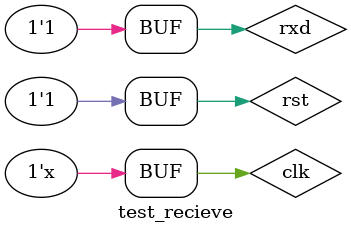
<source format=v>
`timescale 1ns / 1ps

module test_recieve;

    reg rxd;
    reg clk;
    reg rst;
    wire [7:0] word;

    recieve uut (
        .rxd(rxd), 
        .clk(clk), 
        .rst(rst), 
        .word(word)
    );

    initial begin
        rxd = 1;
        clk = 0;
        rst = 0;
    end
    
    always begin
        # 1 clk = ~clk;
    end
    
    always begin
        # 16 rxd = 0;
        # 20 rxd = 1;
    end
    
    always begin
        # 200 rst = 1;
    end
      
endmodule


</source>
